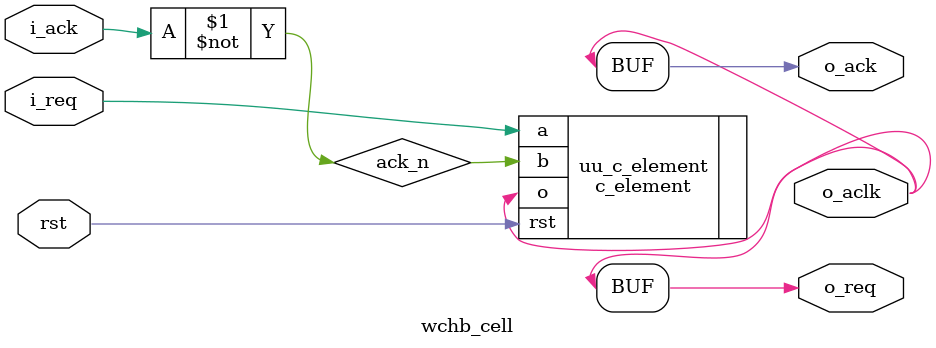
<source format=sv>
module wchb_cell #(
   /* PARAMETERS */
   parameter INIT = 0 //Init. value: 1 = set; 0 = reset
)(
   /* INTERFACE */
   input  logic rst,

   //Async cell signals
   input  logic i_req,
   input  logic i_ack,
   output logic o_req,
   output logic o_ack,

   //Output aclk
   output logic o_aclk
);

   /* Combinational Logic */
   logic ack_n;
   assign ack_n = ~i_ack;

   /* C element instance */
   c_element #(
      .INIT(INIT)
   ) uu_c_element (
      .a(i_req),
      .b(ack_n),
      .rst(rst),
      .o(o_aclk)
   );

   /* Output assignment */
   assign o_ack = o_aclk;
   assign o_req = o_aclk;

endmodule

</source>
